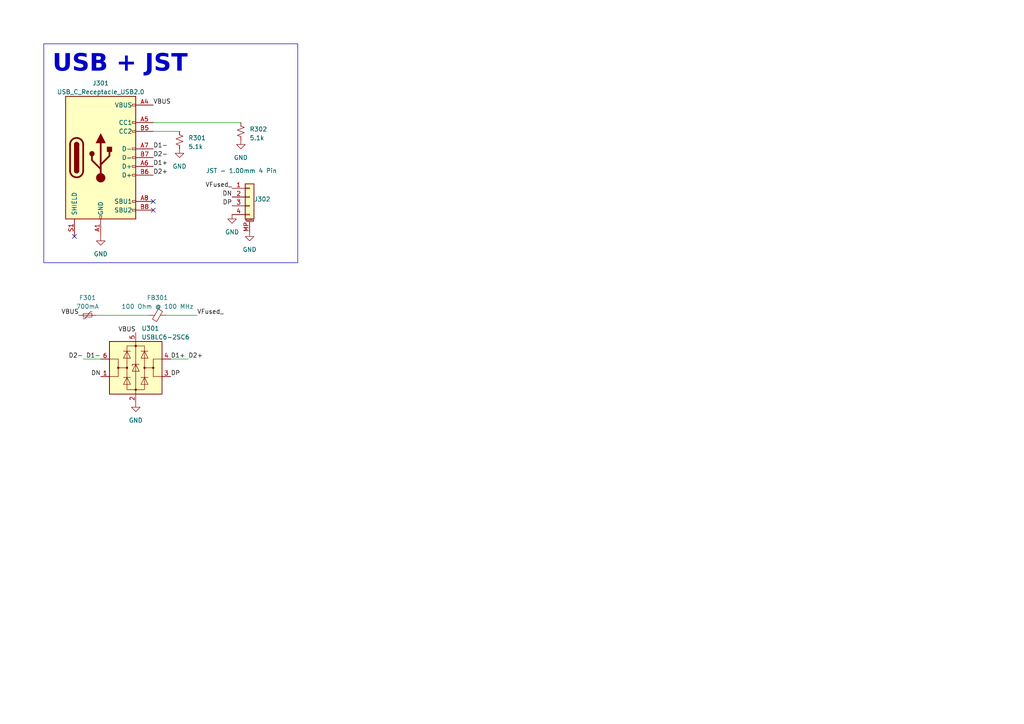
<source format=kicad_sch>
(kicad_sch (version 20231120) (generator "eeschema") (generator_version "8.0")
  (paper "A4")
  (lib_symbols
    (symbol "Connector:USB_C_Receptacle_USB2.0" (pin_names (offset 1.016))
      (property "Reference" "J" (at -10.16 19.05 0))
      (property "Value" "USB_C_Receptacle_USB2.0" (at 19.05 19.05 0))
      (symbol "USB_C_Receptacle_USB2.0_0_0"
        (rectangle (start -0.254 -17.78) (end 0.254 -16.764))
        (rectangle (start 10.16 -14.986) (end 9.144 -15.494))
        (rectangle (start 10.16 -12.446) (end 9.144 -12.954))
        (rectangle (start 10.16 -4.826) (end 9.144 -5.334))
        (rectangle (start 10.16 -2.286) (end 9.144 -2.794))
        (rectangle (start 10.16 0.254) (end 9.144 -0.254))
        (rectangle (start 10.16 2.794) (end 9.144 2.286))
        (rectangle (start 10.16 7.874) (end 9.144 7.366))
        (rectangle (start 10.16 10.414) (end 9.144 9.906))
        (rectangle (start 10.16 15.494) (end 9.144 14.986))
      )
      (symbol "USB_C_Receptacle_USB2.0_0_1"
        (rectangle (start -10.16 17.78) (end 10.16 -17.78) (stroke (width 0.254)) (fill (type background)))
        (arc (start -8.89 -3.81) (mid -6.985 -5.7067) (end -5.08 -3.81) (stroke (width 0.508)))
        (arc (start -7.62 -3.81) (mid -6.985 -4.4423) (end -6.35 -3.81) (stroke (width 0.254)))
        (arc (start -7.62 -3.81) (mid -6.985 -4.4423) (end -6.35 -3.81) (stroke (width 0.254)) (fill (type outline)))
        (rectangle (start -7.62 -3.81) (end -6.35 3.81) (stroke (width 0.254)) (fill (type outline)))
        (arc (start -6.35 3.81) (mid -6.985 4.4423) (end -7.62 3.81) (stroke (width 0.254)))
        (arc (start -6.35 3.81) (mid -6.985 4.4423) (end -7.62 3.81) (stroke (width 0.254)) (fill (type outline)))
        (arc (start -5.08 3.81) (mid -6.985 5.7067) (end -8.89 3.81) (stroke (width 0.508)))
        (circle (center -2.54 1.143) (radius 0.635) (stroke (width 0.254)) (fill (type outline)))
        (circle (center 0 -5.842) (radius 1.27) (fill (type outline)))
        (polyline (pts (xy -8.89 -3.81) (xy -8.89 3.81)) (stroke (width 0.508)))
        (polyline (pts (xy -5.08 3.81) (xy -5.08 -3.81)) (stroke (width 0.508)))
        (polyline (pts (xy 0 -5.842) (xy 0 4.318)) (stroke (width 0.508)))
        (polyline (pts (xy 0 -3.302) (xy -2.54 -0.762) (xy -2.54 0.508)) (stroke (width 0.508)))
        (polyline (pts (xy 0 -2.032) (xy 2.54 0.508) (xy 2.54 1.778)) (stroke (width 0.508)))
        (polyline (pts (xy -1.27 4.318) (xy 0 6.858) (xy 1.27 4.318) (xy -1.27 4.318)) (stroke (width 0.254)) (fill (type outline)))
        (rectangle (start 1.905 1.778) (end 3.175 3.048) (stroke (width 0.254)) (fill (type outline)))
      )
      (symbol "USB_C_Receptacle_USB2.0_1_1"
        (pin passive line (at 0 -22.86 90) (length 5.08) (name "GND") (number "A1"))
        (pin passive line (at 0 -22.86 90) (length 5.08) hide (name "GND") (number "A12"))
        (pin passive line (at 15.24 15.24 180) (length 5.08) (name "VBUS") (number "A4"))
        (pin bidirectional line (at 15.24 10.16 180) (length 5.08) (name "CC1") (number "A5"))
        (pin bidirectional line (at 15.24 -2.54 180) (length 5.08) (name "D+") (number "A6"))
        (pin bidirectional line (at 15.24 2.54 180) (length 5.08) (name "D-") (number "A7"))
        (pin bidirectional line (at 15.24 -12.7 180) (length 5.08) (name "SBU1") (number "A8"))
        (pin passive line (at 15.24 15.24 180) (length 5.08) hide (name "VBUS") (number "A9"))
        (pin passive line (at 0 -22.86 90) (length 5.08) hide (name "GND") (number "B1"))
        (pin passive line (at 0 -22.86 90) (length 5.08) hide (name "GND") (number "B12"))
        (pin passive line (at 15.24 15.24 180) (length 5.08) hide (name "VBUS") (number "B4"))
        (pin bidirectional line (at 15.24 7.62 180) (length 5.08) (name "CC2") (number "B5"))
        (pin bidirectional line (at 15.24 -5.08 180) (length 5.08) (name "D+") (number "B6"))
        (pin bidirectional line (at 15.24 0 180) (length 5.08) (name "D-") (number "B7"))
        (pin bidirectional line (at 15.24 -15.24 180) (length 5.08) (name "SBU2") (number "B8"))
        (pin passive line (at 15.24 15.24 180) (length 5.08) hide (name "VBUS") (number "B9"))
        (pin passive line (at -7.62 -22.86 90) (length 5.08) (name "SHIELD") (number "S1"))
      )
    )
    (symbol "Connector_Generic_MountingPin:Conn_01x04_MountingPin" (pin_names (offset 1.016) hide)
      (property "Reference" "J" (at 0 5.08 0))
      (property "Value" "Conn_01x04_MountingPin" (at 1.27 -7.62 0))
      (symbol "Conn_01x04_MountingPin_1_1"
        (rectangle (start -1.27 -4.953) (end 0 -5.207) (stroke (width 0.1524)))
        (rectangle (start -1.27 -2.413) (end 0 -2.667) (stroke (width 0.1524)))
        (rectangle (start -1.27 0.127) (end 0 -0.127) (stroke (width 0.1524)))
        (rectangle (start -1.27 2.667) (end 0 2.413) (stroke (width 0.1524)))
        (rectangle (start -1.27 3.81) (end 1.27 -6.35) (stroke (width 0.254)) (fill (type background)))
        (polyline (pts (xy -1.016 -7.112) (xy 1.016 -7.112)) (stroke (width 0.1524)))
        (text "Mounting" (at 0 -6.731 0) (effects (font (size 0.381 0.381))))
        (pin passive line (at -5.08 2.54 0) (length 3.81) (name "Pin_1") (number "1"))
        (pin passive line (at -5.08 0 0) (length 3.81) (name "Pin_2") (number "2"))
        (pin passive line (at -5.08 -2.54 0) (length 3.81) (name "Pin_3") (number "3"))
        (pin passive line (at -5.08 -5.08 0) (length 3.81) (name "Pin_4") (number "4"))
        (pin passive line (at 0 -10.16 90) (length 3.048) (name "MountPin") (number "MP"))
      )
    )
    (symbol "Device:FerriteBead_Small" (pin_numbers hide) (pin_names (offset 0))
      (property "Reference" "FB" (at 1.905 1.27 0))
      (property "Value" "FerriteBead_Small" (at 1.905 -1.27 0))
      (symbol "FerriteBead_Small_0_1"
        (polyline (pts (xy 0 -1.27) (xy 0 -0.7874)))
        (polyline (pts (xy 0 0.889) (xy 0 1.2954)))
        (polyline (pts (xy -1.8288 0.2794) (xy -1.1176 1.4986) (xy 1.8288 -0.2032) (xy 1.1176 -1.4224) (xy -1.8288 0.2794)))
      )
      (symbol "FerriteBead_Small_1_1"
        (pin passive line (at 0 2.54 270) (length 1.27) (name "~") (number "1"))
        (pin passive line (at 0 -2.54 90) (length 1.27) (name "~") (number "2"))
      )
    )
    (symbol "Device:Polyfuse_Small" (pin_numbers hide) (pin_names (offset 0))
      (property "Reference" "F" (at -1.905 0 90))
      (property "Value" "Polyfuse_Small" (at 1.905 0 90))
      (symbol "Polyfuse_Small_0_1"
        (rectangle (start -0.508 1.27) (end 0.508 -1.27))
        (polyline (pts (xy 0 2.54) (xy 0 -2.54)))
        (polyline (pts (xy -1.016 1.27) (xy -1.016 0.762) (xy 1.016 -0.762) (xy 1.016 -1.27)))
      )
      (symbol "Polyfuse_Small_1_1"
        (pin passive line (at 0 2.54 270) (length 0.635) (name "~") (number "1"))
        (pin passive line (at 0 -2.54 90) (length 0.635) (name "~") (number "2"))
      )
    )
    (symbol "Device:R_Small_US" (pin_numbers hide) (pin_names (offset 0.254) hide)
      (property "Reference" "R" (at 0.762 0.508 0))
      (property "Value" "R_Small_US" (at 0.762 -1.016 0))
      (symbol "R_Small_US_1_1"
        (polyline (pts (xy 0 0) (xy 1.016 -0.381) (xy 0 -0.762) (xy -1.016 -1.143) (xy 0 -1.524)))
        (polyline (pts (xy 0 1.524) (xy 1.016 1.143) (xy 0 0.762) (xy -1.016 0.381) (xy 0 0)))
        (pin passive line (at 0 2.54 270) (length 1.016) (name "~") (number "1"))
        (pin passive line (at 0 -2.54 90) (length 1.016) (name "~") (number "2"))
      )
    )
    (symbol "Power_Protection:USBLC6-2SC6" (pin_names hide)
      (property "Reference" "U" (at 2.54 8.89 0))
      (property "Value" "USBLC6-2SC6" (at 2.54 -8.89 0))
      (symbol "USBLC6-2SC6_0_1"
        (rectangle (start -7.62 -7.62) (end 7.62 7.62) (stroke (width 0.254)) (fill (type background)))
        (circle (center -5.08 0) (radius 0.254) (fill (type outline)))
        (circle (center -2.54 0) (radius 0.254) (fill (type outline)))
        (rectangle (start -2.54 6.35) (end 2.54 -6.35))
        (circle (center 0 -6.35) (radius 0.254) (fill (type outline)))
        (polyline (pts (xy -5.08 -2.54) (xy -7.62 -2.54)))
        (polyline (pts (xy -5.08 0) (xy -5.08 -2.54)))
        (polyline (pts (xy -5.08 2.54) (xy -7.62 2.54)))
        (polyline (pts (xy -1.524 -2.794) (xy -3.556 -2.794)))
        (polyline (pts (xy -1.524 4.826) (xy -3.556 4.826)))
        (polyline (pts (xy 0 -7.62) (xy 0 -6.35)))
        (polyline (pts (xy 0 -6.35) (xy 0 1.27)))
        (polyline (pts (xy 0 1.27) (xy 0 6.35)))
        (polyline (pts (xy 0 6.35) (xy 0 7.62)))
        (polyline (pts (xy 1.524 -2.794) (xy 3.556 -2.794)))
        (polyline (pts (xy 1.524 4.826) (xy 3.556 4.826)))
        (polyline (pts (xy 5.08 -2.54) (xy 7.62 -2.54)))
        (polyline (pts (xy 5.08 0) (xy 5.08 -2.54)))
        (polyline (pts (xy 5.08 2.54) (xy 7.62 2.54)))
        (polyline (pts (xy -2.54 0) (xy -5.08 0) (xy -5.08 2.54)))
        (polyline (pts (xy 2.54 0) (xy 5.08 0) (xy 5.08 2.54)))
        (polyline (pts (xy -3.556 -4.826) (xy -1.524 -4.826) (xy -2.54 -2.794) (xy -3.556 -4.826)))
        (polyline (pts (xy -3.556 2.794) (xy -1.524 2.794) (xy -2.54 4.826) (xy -3.556 2.794)))
        (polyline (pts (xy -1.016 -1.016) (xy 1.016 -1.016) (xy 0 1.016) (xy -1.016 -1.016)))
        (polyline (pts (xy 1.016 1.016) (xy 0.762 1.016) (xy -1.016 1.016) (xy -1.016 0.508)))
        (polyline (pts (xy 3.556 -4.826) (xy 1.524 -4.826) (xy 2.54 -2.794) (xy 3.556 -4.826)))
        (polyline (pts (xy 3.556 2.794) (xy 1.524 2.794) (xy 2.54 4.826) (xy 3.556 2.794)))
        (circle (center 0 6.35) (radius 0.254) (fill (type outline)))
        (circle (center 2.54 0) (radius 0.254) (fill (type outline)))
        (circle (center 5.08 0) (radius 0.254) (fill (type outline)))
      )
      (symbol "USBLC6-2SC6_1_1"
        (pin passive line (at -10.16 -2.54 0) (length 2.54) (name "I/O1") (number "1"))
        (pin passive line (at 0 -10.16 90) (length 2.54) (name "GND") (number "2"))
        (pin passive line (at 10.16 -2.54 180) (length 2.54) (name "I/O2") (number "3"))
        (pin passive line (at 10.16 2.54 180) (length 2.54) (name "I/O2") (number "4"))
        (pin passive line (at 0 10.16 270) (length 2.54) (name "VBUS") (number "5"))
        (pin passive line (at -10.16 2.54 0) (length 2.54) (name "I/O1") (number "6"))
      )
    )
    (symbol "power:GND" (power) (pin_names (offset 0))
      (property "Value" "GND" (at 0 -3.81 0))
      (symbol "GND_0_1"
        (polyline (pts (xy 0 0) (xy 0 -1.27) (xy 1.27 -1.27) (xy 0 -2.54) (xy -1.27 -1.27) (xy 0 -1.27)))
      )
      (symbol "GND_1_1"
        (pin power_in line (at 0 0 270) (length 0) hide (name "GND") (number "1"))
      )
    )
  )
  (no_connect (at 44.45 58.42))
  (no_connect (at 21.59 68.58))
  (no_connect (at 44.45 60.96))
  (wire (pts (xy 24.13 104.14) (xy 29.21 104.14)))
  (wire (pts (xy 57.15 91.44) (xy 48.26 91.44)))
  (wire (pts (xy 49.53 104.14) (xy 54.61 104.14)))
  (wire (pts (xy 44.45 38.1) (xy 52.07 38.1)))
  (wire (pts (xy 44.45 35.56) (xy 69.85 35.56)))
  (wire (pts (xy 27.94 91.44) (xy 43.18 91.44)))
  (rectangle (start 12.7 12.7) (end 86.36 76.2))
  (text "USB + JST" (at 15.24 22.86 0) (effects (font (size 5 5) (thickness 0.254) (bold yes)) (justify left bottom)))
  (label "D1-" (at 44.45 43.18 0))
  (label "DN" (at 67.31 57.15 180))
  (label "D1+" (at 49.53 104.14 0))
  (label "D1+" (at 44.45 48.26 0))
  (label "DN" (at 29.21 109.22 180))
  (label "VFused_" (at 57.15 91.44 0))
  (label "D1-" (at 29.21 104.14 180))
  (label "D2+" (at 54.61 104.14 0))
  (label "DP" (at 67.31 59.69 180))
  (label "VBUS" (at 22.86 91.44 180))
  (label "D2+" (at 44.45 50.8 0))
  (label "VBUS" (at 39.37 96.52 180))
  (label "VFused_" (at 67.31 54.61 180))
  (label "D2-" (at 44.45 45.72 0))
  (label "VBUS" (at 44.45 30.48 0))
  (label "DP" (at 49.53 109.22 0))
  (label "D2-" (at 24.13 104.14 180))
  (symbol (lib_id "Device:Polyfuse_Small") (at 25.4 91.44 270) (unit 1)
    (property "Reference" "F301" (at 25.4 86.36 90))
    (property "Value" "700mA" (at 25.4 88.9 90))
    (property "Footprint" "Fuse:Fuse_0402_1005Metric" (effects (hide yes)))
    (property "LCSC" "C914086" (effects (hide yes)))
  )
  (symbol (lib_id "Device:R_Small_US") (at 52.07 40.64 180) (unit 1)
    (property "Reference" "R301" (at 54.61 40.005 0) (effects (justify right)))
    (property "Value" "5.1k" (at 54.61 42.545 0) (effects (justify right)))
    (property "Footprint" "Resistor_SMD:R_0402_1005Metric" (effects (hide yes)))
    (property "LCSC" "C25905" (effects (hide yes)))
  )
  (symbol (lib_id "power:GND") (at 67.31 62.23 0) (unit 1)
    (property "Reference" "#PWR0303" (effects (hide yes)))
    (property "Value" "GND" (at 67.31 67.31 0))
  )
  (symbol (lib_id "Connector:USB_C_Receptacle_USB2.0") (at 29.21 45.72 0) (unit 1)
    (property "Reference" "J301" (at 29.21 24.13 0))
    (property "Value" "USB_C_Receptacle_USB2.0" (at 29.21 26.67 0))
    (property "Footprint" "Connector_USB:USB_C_Receptacle_GCT_USB4085" (effects (hide yes)))
    (property "Datasheet" "https://www.usb.org/sites/default/files/documents/usb_type-c.zip" (effects (hide yes)))
  )
  (symbol (lib_id "power:GND") (at 69.85 40.64 0) (unit 1)
    (property "Reference" "#PWR0304" (effects (hide yes)))
    (property "Value" "GND" (at 69.85 45.72 0))
  )
  (symbol (lib_id "Connector_Generic_MountingPin:Conn_01x04_MountingPin") (at 72.39 57.15 0) (unit 1)
    (property "Reference" "J302" (at 73.66 57.785 0) (effects (justify left)))
    (property "Value" "JST - 1.00mm 4 Pin" (at 59.69 49.53 0) (effects (justify left)))
    (property "Footprint" "Connector_JST:JST_SH_SM04B-SRSS-TB_1x04-1MP_P1.00mm_Horizontal" (effects (hide yes)))
    (property "LCSC" "C160404" (effects (hide yes)))
  )
  (symbol (lib_id "Device:R_Small_US") (at 69.85 38.1 180) (unit 1)
    (property "Reference" "R302" (at 72.39 37.465 0) (effects (justify right)))
    (property "Value" "5.1k" (at 72.39 40.005 0) (effects (justify right)))
    (property "Footprint" "Resistor_SMD:R_0402_1005Metric" (effects (hide yes)))
    (property "LCSC" "C25905" (effects (hide yes)))
  )
  (symbol (lib_id "power:GND") (at 29.21 68.58 0) (unit 1)
    (property "Reference" "#PWR0301" (effects (hide yes)))
    (property "Value" "GND" (at 29.21 73.66 0))
  )
  (symbol (lib_id "power:GND") (at 52.07 43.18 0) (unit 1)
    (property "Reference" "#PWR0302" (effects (hide yes)))
    (property "Value" "GND" (at 52.07 48.26 0))
  )
  (symbol (lib_id "Power_Protection:USBLC6-2SC6") (at 39.37 106.68 0) (unit 1)
    (property "Reference" "U301" (at 41.0211 95.25 0) (effects (justify left)))
    (property "Value" "USBLC6-2SC6" (at 41.0211 97.79 0) (effects (justify left)))
    (property "Footprint" "Package_TO_SOT_SMD:SOT-23-6" (effects (hide yes)))
    (property "Datasheet" "https://www.st.com/resource/en/datasheet/usblc6-2.pdf" (effects (hide yes)))
    (property "LCSC" "C558442" (effects (hide yes)))
  )
  (symbol (lib_id "Device:FerriteBead_Small") (at 45.72 91.44 90) (unit 1)
    (property "Reference" "FB301" (at 45.6819 86.36 90))
    (property "Value" "100 Ohm @ 100 MHz" (at 45.6819 88.9 90))
    (property "Footprint" "Inductor_SMD:L_0402_1005Metric" (effects (hide yes)))
    (property "LCSC" "C85812" (effects (hide yes)))
  )
  (symbol (lib_id "power:GND") (at 39.37 116.84 0) (unit 1)
    (property "Reference" "#PWR0306" (effects (hide yes)))
    (property "Value" "GND" (at 39.37 121.92 0))
  )
  (symbol (lib_id "power:GND") (at 72.39 67.31 0) (unit 1)
    (property "Reference" "#PWR0305" (effects (hide yes)))
    (property "Value" "GND" (at 72.39 72.39 0))
  )
)
</source>
